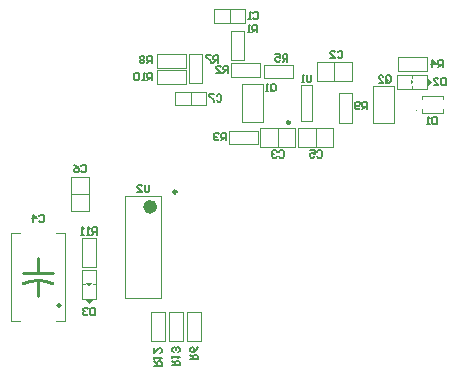
<source format=gbr>
%TF.GenerationSoftware,Altium Limited,Altium Designer,20.1.8 (145)*%
G04 Layer_Color=65535*
%FSLAX45Y45*%
%MOMM*%
%TF.SameCoordinates,2A241EDF-A570-403E-9AC0-7F4DA974E4D7*%
%TF.FilePolarity,Positive*%
%TF.FileFunction,Legend,Bot*%
%TF.Part,Single*%
G01*
G75*
%TA.AperFunction,NonConductor*%
%ADD34C,0.10000*%
%ADD35C,0.25000*%
%ADD36C,0.60000*%
%ADD37C,0.25400*%
%ADD38C,0.10160*%
%ADD39C,0.12700*%
G36*
X1422400Y3509240D02*
X1447800Y3483840D01*
X1473200Y3509240D01*
X1422400D01*
D02*
G37*
G36*
X1447800Y3634716D02*
X1424686Y3657830D01*
X1470914D01*
X1447800Y3634716D01*
D02*
G37*
G36*
X4192784Y5359400D02*
X4169670Y5336286D01*
Y5382514D01*
X4192784Y5359400D01*
D02*
G37*
G36*
X4318260Y5334000D02*
X4343660Y5359400D01*
X4318260Y5384799D01*
Y5334000D01*
D02*
G37*
D34*
X4226100Y5121400D02*
G03*
X4226100Y5121400I-5000J0D01*
G01*
D35*
X3148600Y5016500D02*
G03*
X3148600Y5016500I-12500J0D01*
G01*
X2187500Y4428400D02*
G03*
X2187500Y4428400I-12500J0D01*
G01*
X1206300Y3467100D02*
G03*
X1206300Y3467100I-12500J0D01*
G01*
D36*
X1994920Y4302320D02*
G03*
X1994920Y4302320I-30000J0D01*
G01*
D37*
X1142785Y3650290D02*
G03*
X889215Y3650290I-126785J-271892D01*
G01*
X1016000Y3740901D02*
Y3870900D01*
Y3543400D02*
Y3678400D01*
X886000Y3740901D02*
X1146000D01*
D38*
X2646680Y5790160D02*
X2763520D01*
X2763520Y5541240D01*
X2646680D02*
X2763520D01*
X2646680D02*
Y5790160D01*
X4059641Y5453380D02*
Y5570220D01*
X4308561D01*
Y5453380D02*
Y5570220D01*
X4059641Y5453380D02*
X4308561D01*
X2291080Y5347740D02*
X2407920Y5347740D01*
X2291080Y5596660D02*
X2291080Y5347740D01*
X2291080Y5596660D02*
X2407920D01*
Y5347740D02*
Y5596660D01*
X3849000Y5008900D02*
X4029000Y5008900D01*
X3849000Y5008900D02*
Y5328900D01*
X4029000Y5008900D02*
Y5328900D01*
X3849000D02*
X4029000D01*
X2020340Y5344080D02*
X2020340Y5460920D01*
X2269260D01*
Y5344080D02*
Y5460920D01*
X2020340Y5344080D02*
X2269260Y5344080D01*
X2307400Y5161280D02*
Y5278120D01*
X2177860D02*
X2436940D01*
X2177860Y5161280D02*
Y5278120D01*
Y5161280D02*
X2436940D01*
Y5278120D01*
X2269260Y5478780D02*
Y5595620D01*
X2020340Y5478780D02*
X2269260D01*
X2020340D02*
Y5595620D01*
X2269260D01*
X3045919Y4810760D02*
Y4968240D01*
X2898601Y4810759D02*
X3193240Y4810760D01*
X2898600Y4968240D02*
X2898601Y4810759D01*
X2898600Y4968240D02*
X3193240Y4968240D01*
Y4810760D02*
Y4968240D01*
X3219460Y4968239D02*
X3219460Y4810760D01*
X3514099Y4810759D01*
Y4968241D01*
X3219460Y4968239D02*
X3514099Y4968241D01*
X3366779D02*
X3366780Y4810759D01*
X2125980Y3163340D02*
X2242820D01*
X2125980D02*
Y3412260D01*
X2242820D01*
Y3163340D02*
Y3412260D01*
X1973580Y3163340D02*
X2090420D01*
X1973580D02*
Y3412260D01*
X2090420D01*
Y3163340D02*
Y3412260D01*
X4056640Y5300980D02*
Y5417820D01*
X4181100Y5394400D02*
X4181101Y5417820D01*
X4181100Y5300979D02*
Y5324400D01*
X4318260Y5334000D02*
Y5384799D01*
X4056640Y5300980D02*
X4305560D01*
X4056640Y5417820D02*
X4305560D01*
Y5300980D02*
Y5417820D01*
X4318260Y5334000D02*
X4343660Y5359400D01*
X4318260Y5384799D02*
X4343660Y5359400D01*
X4446100Y5211480D02*
Y5238900D01*
X4266100Y5211480D02*
Y5238900D01*
X4446100Y5098900D02*
Y5126320D01*
X4266100Y5098900D02*
Y5126320D01*
Y5238900D02*
X4446100D01*
X4266100Y5098900D02*
X4446100D01*
X3561080Y5014440D02*
Y5263360D01*
Y5014440D02*
X3677920Y5014440D01*
X3677920Y5263360D02*
X3677920Y5014440D01*
X3561080Y5263360D02*
X3677920D01*
X3670940Y5369560D02*
Y5527040D01*
X3376300Y5527040D02*
X3670940Y5527040D01*
X3376300Y5369560D02*
X3376300Y5527040D01*
X3376300Y5369560D02*
X3670940D01*
X3523620D02*
Y5527040D01*
X1292860Y4558400D02*
X1450340D01*
X1292860Y4263760D02*
Y4558400D01*
Y4263760D02*
X1450340D01*
Y4558400D01*
X1292860Y4411080D02*
X1450340D01*
X1389380Y3788640D02*
X1506220D01*
X1389380D02*
Y4037560D01*
X1506220D01*
Y3788640D02*
Y4037560D01*
X1389380Y3770860D02*
X1506220D01*
X1482800Y3646400D02*
X1506220Y3646400D01*
X1389380D02*
X1412800Y3646400D01*
X1422400Y3509240D02*
X1473200D01*
X1389380Y3521940D02*
X1389380Y3770860D01*
X1506220Y3521940D02*
Y3770860D01*
X1389380Y3521940D02*
X1506220D01*
X1422400Y3509240D02*
X1447800Y3483840D01*
X1473200Y3509240D01*
X3338500Y5031600D02*
Y5331600D01*
X3238500Y5031600D02*
Y5331600D01*
X3338500D01*
X3238500Y5031600D02*
X3338500D01*
X2741299Y5021600D02*
X2921300D01*
X2741299D02*
X2741300Y5341600D01*
X2921300Y5021600D02*
Y5341600D01*
X2741300Y5341600D02*
X2921300Y5341600D01*
X1750000Y3527400D02*
X2060000D01*
X1750000Y4397400D02*
X2060000D01*
X1750000Y3527400D02*
Y4397400D01*
X2060000Y3527400D02*
Y4397400D01*
X2637600Y5976620D02*
X2637600Y5859780D01*
X2508061Y5976620D02*
X2767140Y5976620D01*
X2508060Y5859780D02*
X2508061Y5976620D01*
X2508060Y5859780D02*
X2767140D01*
Y5976620D01*
X2646840Y5519420D02*
X2646840Y5402580D01*
X2646840Y5519420D02*
X2895760D01*
Y5402579D02*
Y5519420D01*
X2646840Y5402580D02*
X2895760Y5402579D01*
X3173960Y5389880D02*
Y5506720D01*
X2925040Y5389880D02*
X3173960D01*
X2925040D02*
Y5506720D01*
X3173960D01*
X2881860Y4831080D02*
Y4947920D01*
X2632940Y4831080D02*
X2881860D01*
X2632940D02*
Y4947920D01*
X2881860D01*
X2278380Y3163340D02*
X2395220D01*
X2278380D02*
Y3412260D01*
X2395220D01*
Y3163340D02*
Y3412260D01*
X1241000Y3333400D02*
Y4083400D01*
X791000Y3333400D02*
Y4083400D01*
X1168580Y3333400D02*
X1241000Y3333400D01*
X1168580Y4083400D02*
X1241000Y4083400D01*
X791000Y3333400D02*
X863420Y3333400D01*
X791000Y4083400D02*
X863420Y4083400D01*
D39*
X2870652Y5779771D02*
Y5840711D01*
X2840182D01*
X2830026Y5830554D01*
Y5810241D01*
X2840182Y5800084D01*
X2870652D01*
X2850339D02*
X2830026Y5779771D01*
X2809712D02*
X2789399D01*
X2799555D01*
Y5840711D01*
X2809712Y5830554D01*
X4444092Y5482714D02*
Y5543654D01*
X4413622D01*
X4403465Y5533497D01*
Y5513184D01*
X4413622Y5503027D01*
X4444092D01*
X4423779D02*
X4403465Y5482714D01*
X4352682D02*
Y5543654D01*
X4383152Y5513184D01*
X4342525D01*
X2541072Y5523632D02*
Y5584572D01*
X2510602D01*
X2500446Y5574416D01*
Y5554102D01*
X2510602Y5543945D01*
X2541072D01*
X2520759D02*
X2500446Y5523632D01*
X2480132Y5584572D02*
X2439505D01*
Y5574416D01*
X2480132Y5533789D01*
Y5523632D01*
X3959857Y5364487D02*
Y5405113D01*
X3970013Y5415270D01*
X3990327D01*
X4000483Y5405113D01*
Y5364487D01*
X3990327Y5354330D01*
X3970013D01*
X3980170Y5374643D02*
X3959857Y5354330D01*
X3970013D02*
X3959857Y5364487D01*
X3898917Y5354330D02*
X3939543D01*
X3898917Y5394957D01*
Y5405113D01*
X3909073Y5415270D01*
X3929387D01*
X3939543Y5405113D01*
X1981175Y5372030D02*
Y5432970D01*
X1950705D01*
X1940548Y5422813D01*
Y5402500D01*
X1950705Y5392343D01*
X1981175D01*
X1960862D02*
X1940548Y5372030D01*
X1920235D02*
X1899922D01*
X1910078D01*
Y5432970D01*
X1920235Y5422813D01*
X1869451D02*
X1859295Y5432970D01*
X1838981D01*
X1828825Y5422813D01*
Y5382187D01*
X1838981Y5372030D01*
X1859295D01*
X1869451Y5382187D01*
Y5422813D01*
X2527094Y5243570D02*
X2537251Y5253727D01*
X2557564D01*
X2567721Y5243570D01*
Y5202943D01*
X2557564Y5192786D01*
X2537251D01*
X2527094Y5202943D01*
X2506781Y5253727D02*
X2466154D01*
Y5243570D01*
X2506781Y5202943D01*
Y5192786D01*
X1977189Y5518303D02*
Y5579243D01*
X1946718D01*
X1936562Y5569086D01*
Y5548773D01*
X1946718Y5538616D01*
X1977189D01*
X1956875D02*
X1936562Y5518303D01*
X1916248Y5569086D02*
X1906092Y5579243D01*
X1885778D01*
X1875622Y5569086D01*
Y5558930D01*
X1885778Y5548773D01*
X1875622Y5538616D01*
Y5528460D01*
X1885778Y5518303D01*
X1906092D01*
X1916248Y5528460D01*
Y5538616D01*
X1906092Y5548773D01*
X1916248Y5558930D01*
Y5569086D01*
X1906092Y5548773D02*
X1885778D01*
X3057149Y4770435D02*
X3067306Y4780591D01*
X3087619D01*
X3097776Y4770435D01*
Y4729808D01*
X3087619Y4719651D01*
X3067306D01*
X3057149Y4729808D01*
X3036835Y4770435D02*
X3026679Y4780591D01*
X3006365D01*
X2996209Y4770435D01*
Y4760278D01*
X3006365Y4750121D01*
X3016522D01*
X3006365D01*
X2996209Y4739965D01*
Y4729808D01*
X3006365Y4719651D01*
X3026679D01*
X3036835Y4729808D01*
X3376936Y4770113D02*
X3387093Y4780270D01*
X3407406D01*
X3417563Y4770113D01*
Y4729487D01*
X3407406Y4719330D01*
X3387093D01*
X3376936Y4729487D01*
X3315996Y4780270D02*
X3356623D01*
Y4749800D01*
X3336310Y4759957D01*
X3326153D01*
X3315996Y4749800D01*
Y4729487D01*
X3326153Y4719330D01*
X3346466D01*
X3356623Y4729487D01*
X2153930Y2959125D02*
X2214870D01*
Y2989595D01*
X2204714Y2999751D01*
X2184400D01*
X2174244Y2989595D01*
Y2959125D01*
Y2979438D02*
X2153930Y2999751D01*
Y3020065D02*
Y3040378D01*
Y3030222D01*
X2214870D01*
X2204714Y3020065D01*
Y3070848D02*
X2214870Y3081005D01*
Y3101318D01*
X2204714Y3111475D01*
X2194557D01*
X2184400Y3101318D01*
Y3091162D01*
Y3101318D01*
X2174244Y3111475D01*
X2164087D01*
X2153930Y3101318D01*
Y3081005D01*
X2164087Y3070848D01*
X2001530Y2952253D02*
X2062470D01*
Y2982723D01*
X2052313Y2992879D01*
X2032000D01*
X2021843Y2982723D01*
Y2952253D01*
Y2972566D02*
X2001530Y2992879D01*
Y3013193D02*
Y3033506D01*
Y3023350D01*
X2062470D01*
X2052313Y3013193D01*
X2001530Y3104603D02*
Y3063976D01*
X2042157Y3104603D01*
X2052313D01*
X2062470Y3094446D01*
Y3074133D01*
X2052313Y3063976D01*
X4467217Y5394241D02*
Y5333301D01*
X4436747D01*
X4426590Y5343457D01*
Y5384084D01*
X4436747Y5394241D01*
X4467217D01*
X4365650Y5333301D02*
X4406277D01*
X4365650Y5373928D01*
Y5384084D01*
X4375807Y5394241D01*
X4396120D01*
X4406277Y5384084D01*
X4391249Y5061614D02*
Y5000674D01*
X4360778D01*
X4350622Y5010831D01*
Y5051458D01*
X4360778Y5061614D01*
X4391249D01*
X4330308Y5000674D02*
X4309995D01*
X4320152D01*
Y5061614D01*
X4330308Y5051458D01*
X3801238Y5128790D02*
Y5189731D01*
X3770768D01*
X3760611Y5179574D01*
Y5159260D01*
X3770768Y5149104D01*
X3801238D01*
X3780924D02*
X3760611Y5128790D01*
X3740298Y5138947D02*
X3730141Y5128790D01*
X3709827D01*
X3699671Y5138947D01*
Y5179574D01*
X3709827Y5189731D01*
X3730141D01*
X3740298Y5179574D01*
Y5169417D01*
X3730141Y5159260D01*
X3699671D01*
X3551666Y5611761D02*
X3561823Y5621917D01*
X3582136D01*
X3592293Y5611761D01*
Y5571134D01*
X3582136Y5560977D01*
X3561823D01*
X3551666Y5571134D01*
X3490726Y5560977D02*
X3531353D01*
X3490726Y5601604D01*
Y5611761D01*
X3500883Y5621917D01*
X3521196D01*
X3531353Y5611761D01*
X1381757Y4648573D02*
X1391913Y4658730D01*
X1412227D01*
X1422383Y4648573D01*
Y4607947D01*
X1412227Y4597790D01*
X1391913D01*
X1381757Y4607947D01*
X1320817Y4658730D02*
X1341130Y4648573D01*
X1361443Y4628260D01*
Y4607947D01*
X1351287Y4597790D01*
X1330973D01*
X1320817Y4607947D01*
Y4618103D01*
X1330973Y4628260D01*
X1361443D01*
X1513818Y4066357D02*
Y4127297D01*
X1483348D01*
X1473192Y4117140D01*
Y4096827D01*
X1483348Y4086670D01*
X1513818D01*
X1493505D02*
X1473192Y4066357D01*
X1452878D02*
X1432565D01*
X1442722D01*
Y4127297D01*
X1452878Y4117140D01*
X1402095Y4066357D02*
X1381781D01*
X1391938D01*
Y4127297D01*
X1402095Y4117140D01*
X1498583Y3446770D02*
Y3385830D01*
X1468113D01*
X1457957Y3395987D01*
Y3436613D01*
X1468113Y3446770D01*
X1498583D01*
X1437643Y3436613D02*
X1427487Y3446770D01*
X1407173D01*
X1397017Y3436613D01*
Y3426457D01*
X1407173Y3416300D01*
X1417330D01*
X1407173D01*
X1397017Y3406143D01*
Y3395987D01*
X1407173Y3385830D01*
X1427487D01*
X1437643Y3395987D01*
X3329557Y5420915D02*
Y5370132D01*
X3319401Y5359975D01*
X3299087D01*
X3288931Y5370132D01*
Y5420915D01*
X3268617Y5359975D02*
X3248304D01*
X3258461D01*
Y5420915D01*
X3268617Y5410759D01*
X2986511Y5291879D02*
Y5332506D01*
X2996668Y5342663D01*
X3016981D01*
X3027138Y5332506D01*
Y5291879D01*
X3016981Y5281722D01*
X2996668D01*
X3006825Y5302036D02*
X2986511Y5281722D01*
X2996668D02*
X2986511Y5291879D01*
X2966198Y5281722D02*
X2945884D01*
X2956041D01*
Y5342663D01*
X2966198Y5332506D01*
X1959307Y4486833D02*
Y4436050D01*
X1949150Y4425893D01*
X1928837D01*
X1918680Y4436050D01*
Y4486833D01*
X1857740Y4425893D02*
X1898367D01*
X1857740Y4466520D01*
Y4476676D01*
X1867897Y4486833D01*
X1888210D01*
X1898367Y4476676D01*
X2837116Y5942609D02*
X2847273Y5952766D01*
X2867586D01*
X2877743Y5942609D01*
Y5901982D01*
X2867586Y5891825D01*
X2847273D01*
X2837116Y5901982D01*
X2816803Y5891825D02*
X2796489D01*
X2806646D01*
Y5952766D01*
X2816803Y5942609D01*
X2626450Y5436474D02*
Y5497414D01*
X2595980D01*
X2585824Y5487258D01*
Y5466944D01*
X2595980Y5456788D01*
X2626450D01*
X2606137D02*
X2585824Y5436474D01*
X2524883D02*
X2565510D01*
X2524883Y5477101D01*
Y5487258D01*
X2535040Y5497414D01*
X2555354D01*
X2565510Y5487258D01*
X3126266Y5532515D02*
Y5593455D01*
X3095796D01*
X3085639Y5583298D01*
Y5562985D01*
X3095796Y5552828D01*
X3126266D01*
X3105953D02*
X3085639Y5532515D01*
X3024699Y5593455D02*
X3065326D01*
Y5562985D01*
X3045013Y5573142D01*
X3034856D01*
X3024699Y5562985D01*
Y5542671D01*
X3034856Y5532515D01*
X3055169D01*
X3065326Y5542671D01*
X2608620Y4865501D02*
Y4926441D01*
X2578150D01*
X2567993Y4916285D01*
Y4895971D01*
X2578150Y4885814D01*
X2608620D01*
X2588307D02*
X2567993Y4865501D01*
X2547680Y4916285D02*
X2537523Y4926441D01*
X2517210D01*
X2507053Y4916285D01*
Y4906128D01*
X2517210Y4895971D01*
X2527367D01*
X2517210D01*
X2507053Y4885814D01*
Y4875658D01*
X2517210Y4865501D01*
X2537523D01*
X2547680Y4875658D01*
X2306330Y3009916D02*
X2367270D01*
Y3040386D01*
X2357113Y3050543D01*
X2336800D01*
X2326643Y3040386D01*
Y3009916D01*
Y3030229D02*
X2306330Y3050543D01*
X2367270Y3111483D02*
X2357113Y3091170D01*
X2336800Y3070856D01*
X2316487D01*
X2306330Y3081013D01*
Y3101326D01*
X2316487Y3111483D01*
X2326643D01*
X2336800Y3101326D01*
Y3070856D01*
X1026157Y4224013D02*
X1036313Y4234170D01*
X1056627D01*
X1066783Y4224013D01*
Y4183387D01*
X1056627Y4173230D01*
X1036313D01*
X1026157Y4183387D01*
X975373Y4173230D02*
Y4234170D01*
X1005843Y4203700D01*
X965217D01*
%TF.MD5,d3bd7ce4920ff996ee93c8f83d43a813*%
M02*

</source>
